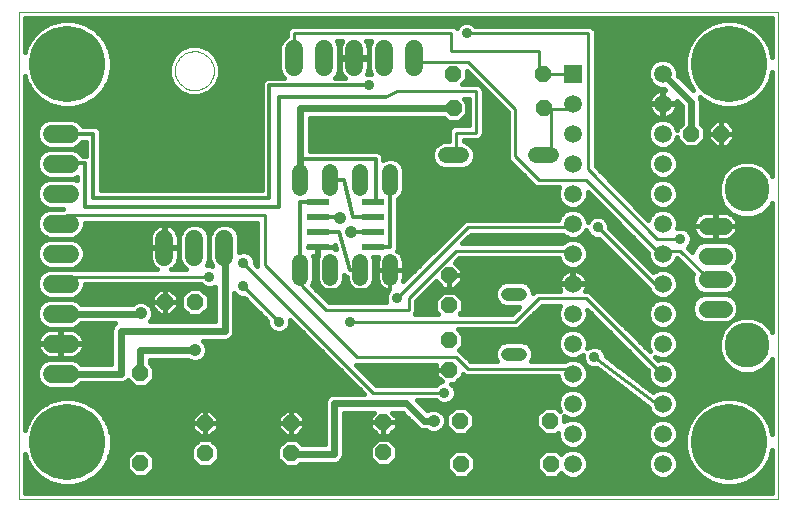
<source format=gtl>
G75*
%MOIN*%
%OFA0B0*%
%FSLAX24Y24*%
%IPPOS*%
%LPD*%
%AMOC8*
5,1,8,0,0,1.08239X$1,22.5*
%
%ADD10C,0.0000*%
%ADD11R,0.0590X0.0590*%
%ADD12C,0.0590*%
%ADD13R,0.0780X0.0220*%
%ADD14C,0.0600*%
%ADD15C,0.0574*%
%ADD16C,0.1500*%
%ADD17OC8,0.0520*%
%ADD18C,0.0520*%
%ADD19C,0.0440*%
%ADD20C,0.0120*%
%ADD21C,0.0160*%
%ADD22C,0.0413*%
%ADD23C,0.0240*%
%ADD24C,0.0100*%
%ADD25C,0.0360*%
%ADD26C,0.2540*%
D10*
X000101Y000101D02*
X000101Y016322D01*
X025416Y016322D01*
X025416Y000101D01*
X000101Y000101D01*
X005298Y014371D02*
X005300Y014421D01*
X005306Y014471D01*
X005316Y014521D01*
X005329Y014569D01*
X005346Y014617D01*
X005367Y014663D01*
X005391Y014707D01*
X005419Y014749D01*
X005450Y014789D01*
X005484Y014826D01*
X005521Y014861D01*
X005560Y014892D01*
X005601Y014921D01*
X005645Y014946D01*
X005691Y014968D01*
X005738Y014986D01*
X005786Y015000D01*
X005835Y015011D01*
X005885Y015018D01*
X005935Y015021D01*
X005986Y015020D01*
X006036Y015015D01*
X006086Y015006D01*
X006134Y014994D01*
X006182Y014977D01*
X006228Y014957D01*
X006273Y014934D01*
X006316Y014907D01*
X006356Y014877D01*
X006394Y014844D01*
X006429Y014808D01*
X006462Y014769D01*
X006491Y014728D01*
X006517Y014685D01*
X006540Y014640D01*
X006559Y014593D01*
X006574Y014545D01*
X006586Y014496D01*
X006594Y014446D01*
X006598Y014396D01*
X006598Y014346D01*
X006594Y014296D01*
X006586Y014246D01*
X006574Y014197D01*
X006559Y014149D01*
X006540Y014102D01*
X006517Y014057D01*
X006491Y014014D01*
X006462Y013973D01*
X006429Y013934D01*
X006394Y013898D01*
X006356Y013865D01*
X006316Y013835D01*
X006273Y013808D01*
X006228Y013785D01*
X006182Y013765D01*
X006134Y013748D01*
X006086Y013736D01*
X006036Y013727D01*
X005986Y013722D01*
X005935Y013721D01*
X005885Y013724D01*
X005835Y013731D01*
X005786Y013742D01*
X005738Y013756D01*
X005691Y013774D01*
X005645Y013796D01*
X005601Y013821D01*
X005560Y013850D01*
X005521Y013881D01*
X005484Y013916D01*
X005450Y013953D01*
X005419Y013993D01*
X005391Y014035D01*
X005367Y014079D01*
X005346Y014125D01*
X005329Y014173D01*
X005316Y014221D01*
X005306Y014271D01*
X005300Y014321D01*
X005298Y014371D01*
D11*
X018562Y014271D03*
D12*
X018562Y013271D03*
X018562Y012271D03*
X018562Y011271D03*
X018562Y010271D03*
X018562Y009271D03*
X018562Y008271D03*
X018562Y007271D03*
X018562Y006271D03*
X018562Y005271D03*
X018562Y004271D03*
X018562Y003271D03*
X018562Y002271D03*
X018562Y001271D03*
X021562Y001271D03*
X021562Y002271D03*
X021562Y003271D03*
X021562Y004271D03*
X021562Y005271D03*
X021562Y006271D03*
X021562Y007271D03*
X021562Y008271D03*
X021562Y009271D03*
X021562Y010271D03*
X021562Y011271D03*
X021562Y012271D03*
X021562Y013271D03*
X021562Y014271D03*
D13*
X011913Y009985D03*
X011913Y009485D03*
X011913Y008985D03*
X011913Y008485D03*
X010053Y008485D03*
X010053Y008985D03*
X010053Y009485D03*
X010053Y009985D03*
D14*
X006948Y008771D02*
X006948Y008171D01*
X005948Y008171D02*
X005948Y008771D01*
X004948Y008771D02*
X004948Y008171D01*
X001791Y008278D02*
X001191Y008278D01*
X001191Y007278D02*
X001791Y007278D01*
X001791Y006278D02*
X001191Y006278D01*
X001191Y005278D02*
X001791Y005278D01*
X001791Y004278D02*
X001191Y004278D01*
X001191Y009278D02*
X001791Y009278D01*
X001791Y010278D02*
X001191Y010278D01*
X001191Y011278D02*
X001791Y011278D01*
X001791Y012278D02*
X001191Y012278D01*
X009278Y014494D02*
X009278Y015094D01*
X010278Y015094D02*
X010278Y014494D01*
X011278Y014494D02*
X011278Y015094D01*
X012278Y015094D02*
X012278Y014494D01*
X013278Y014494D02*
X013278Y015094D01*
D15*
X023019Y009196D02*
X023593Y009196D01*
X023593Y008211D02*
X023019Y008211D01*
X023019Y007424D02*
X023593Y007424D01*
X023593Y006440D02*
X023019Y006440D01*
D16*
X024373Y005219D03*
X024373Y010416D03*
D17*
X023507Y012278D03*
X022507Y012278D03*
X017589Y013117D03*
X017570Y014274D03*
X014570Y014274D03*
X014589Y013117D03*
X014428Y007546D03*
X014428Y006546D03*
X014448Y005385D03*
X014448Y004385D03*
X014810Y002704D03*
X014837Y001271D03*
X012247Y001649D03*
X012247Y002649D03*
X009176Y002633D03*
X009176Y001633D03*
X006302Y001625D03*
X006302Y002625D03*
X004145Y001294D03*
X004145Y004294D03*
X004960Y006664D03*
X005960Y006664D03*
X017810Y002704D03*
X017837Y001271D03*
D18*
X012483Y007475D02*
X012483Y007995D01*
X011483Y007995D02*
X011483Y007475D01*
X010483Y007475D02*
X010483Y007995D01*
X009483Y007995D02*
X009483Y007475D01*
X009483Y010475D02*
X009483Y010995D01*
X010483Y010995D02*
X010483Y010475D01*
X011483Y010475D02*
X011483Y010995D01*
X012483Y010995D02*
X012483Y010475D01*
X014322Y011554D02*
X014842Y011554D01*
X017322Y011554D02*
X017842Y011554D01*
D19*
X016817Y006928D02*
X016377Y006928D01*
X016377Y004928D02*
X016817Y004928D01*
D20*
X012483Y007070D02*
X012483Y007735D01*
X011483Y007739D02*
X011483Y007735D01*
X011483Y007739D02*
X011125Y007739D01*
X010771Y008985D01*
X010053Y008985D01*
X010053Y008485D02*
X010023Y008485D01*
X010023Y007070D01*
X012483Y007070D01*
X012483Y008485D02*
X011913Y008485D01*
X012483Y008485D02*
X012483Y010735D01*
X011991Y011440D02*
X009483Y011440D01*
X009483Y010735D01*
X010483Y010731D02*
X010483Y010735D01*
X010483Y010731D02*
X010928Y010731D01*
X011243Y009485D01*
X011913Y009485D01*
X011913Y008985D02*
X011479Y008985D01*
X011164Y008999D01*
X010810Y009471D02*
X010599Y009485D01*
X010053Y009485D01*
X010053Y009985D02*
X009483Y009985D01*
X009483Y007735D01*
X008763Y009826D02*
X002306Y009826D01*
X002306Y011282D01*
X001491Y011282D01*
X001491Y011278D01*
X001491Y012267D02*
X001491Y012278D01*
X001491Y012267D02*
X002582Y012267D01*
X002582Y010141D01*
X008448Y010141D01*
X008448Y013881D01*
X011755Y013881D01*
X012306Y013487D02*
X008763Y013487D01*
X008763Y009826D01*
X011913Y009985D02*
X011991Y009985D01*
X011991Y011440D01*
D21*
X012110Y011672D02*
X013872Y011672D01*
X013862Y011646D02*
X013862Y011463D01*
X013932Y011293D01*
X014061Y011164D01*
X014230Y011094D01*
X014933Y011094D01*
X015102Y011164D01*
X015232Y011293D01*
X015302Y011463D01*
X015302Y011646D01*
X015232Y011815D01*
X015102Y011944D01*
X014933Y012014D01*
X014918Y012014D01*
X014918Y012056D01*
X015387Y012056D01*
X015479Y012094D01*
X015549Y012164D01*
X015587Y012256D01*
X015587Y013734D01*
X015549Y013826D01*
X015479Y013896D01*
X015387Y013934D01*
X014880Y013934D01*
X015030Y014084D01*
X015030Y014347D01*
X016387Y012990D01*
X016387Y011469D01*
X016425Y011377D01*
X017212Y010590D01*
X017282Y010519D01*
X017374Y010481D01*
X018113Y010481D01*
X018067Y010369D01*
X018067Y010172D01*
X018142Y009990D01*
X018281Y009851D01*
X018463Y009776D01*
X018660Y009776D01*
X018842Y009851D01*
X018982Y009990D01*
X019057Y010172D01*
X019057Y010320D01*
X021067Y008310D01*
X021067Y008172D01*
X021142Y007990D01*
X021281Y007851D01*
X021463Y007776D01*
X021660Y007776D01*
X021842Y007851D01*
X021982Y007990D01*
X022035Y008119D01*
X022045Y008119D01*
X022564Y007599D01*
X022532Y007521D01*
X022532Y007327D01*
X022606Y007148D01*
X022743Y007011D01*
X022922Y006937D01*
X023690Y006937D01*
X023869Y007011D01*
X024006Y007148D01*
X024080Y007327D01*
X024080Y007521D01*
X024006Y007700D01*
X023888Y007818D01*
X024006Y007936D01*
X024080Y008115D01*
X024080Y008308D01*
X024006Y008487D01*
X023869Y008624D01*
X023690Y008699D01*
X022922Y008699D01*
X022743Y008624D01*
X022606Y008487D01*
X022541Y008330D01*
X022397Y008474D01*
X022471Y008547D01*
X022529Y008687D01*
X022529Y008838D01*
X022471Y008978D01*
X022364Y009085D01*
X022224Y009143D01*
X022073Y009143D01*
X022039Y009129D01*
X022057Y009172D01*
X022057Y009369D01*
X021982Y009551D01*
X021842Y009690D01*
X021660Y009766D01*
X021463Y009766D01*
X021281Y009690D01*
X021142Y009551D01*
X021081Y009404D01*
X019328Y011188D01*
X019328Y015663D01*
X019290Y015755D01*
X019219Y015825D01*
X019127Y015863D01*
X015310Y015863D01*
X015238Y015935D01*
X015098Y015993D01*
X014947Y015993D01*
X014807Y015935D01*
X014700Y015828D01*
X014685Y015792D01*
X014652Y015825D01*
X014560Y015863D01*
X009225Y015863D01*
X009133Y015825D01*
X009063Y015755D01*
X009024Y015663D01*
X009024Y015530D01*
X008995Y015518D01*
X008855Y015377D01*
X008778Y015194D01*
X008778Y014395D01*
X008855Y014211D01*
X008925Y014141D01*
X008396Y014141D01*
X008300Y014101D01*
X008227Y014028D01*
X008188Y013933D01*
X008188Y010401D01*
X002842Y010401D01*
X002842Y012318D01*
X002802Y012414D01*
X002729Y012487D01*
X002633Y012527D01*
X002229Y012527D01*
X002215Y012562D01*
X002074Y012702D01*
X001890Y012778D01*
X001092Y012778D01*
X000908Y012702D01*
X000767Y012562D01*
X000691Y012378D01*
X000691Y012179D01*
X000767Y011995D01*
X000908Y011855D01*
X001092Y011778D01*
X000908Y011702D01*
X000767Y011562D01*
X000691Y011378D01*
X000691Y011179D01*
X000767Y010995D01*
X000908Y010855D01*
X001092Y010778D01*
X000908Y010702D01*
X000767Y010562D01*
X000691Y010378D01*
X000691Y010179D01*
X000767Y009995D01*
X000908Y009855D01*
X001092Y009778D01*
X000908Y009702D01*
X000767Y009562D01*
X000691Y009378D01*
X000691Y009179D01*
X000767Y008995D01*
X000908Y008855D01*
X001092Y008778D01*
X000908Y008702D01*
X000767Y008562D01*
X000691Y008378D01*
X000691Y008179D01*
X000767Y007995D01*
X000908Y007855D01*
X001092Y007778D01*
X000908Y007702D01*
X000767Y007562D01*
X000691Y007378D01*
X000691Y007179D01*
X000767Y006995D01*
X000908Y006855D01*
X001092Y006778D01*
X000908Y006702D01*
X000767Y006562D01*
X000691Y006378D01*
X000691Y006179D01*
X000767Y005995D01*
X000908Y005855D01*
X001092Y005778D01*
X001890Y005778D01*
X002074Y005855D01*
X002178Y005958D01*
X003301Y005958D01*
X003216Y005873D01*
X003167Y005755D01*
X003167Y004594D01*
X002182Y004594D01*
X002074Y004702D01*
X001890Y004778D01*
X001092Y004778D01*
X000908Y004702D01*
X000767Y004562D01*
X000691Y004378D01*
X000691Y004179D01*
X000767Y003995D01*
X000908Y003855D01*
X001092Y003778D01*
X001890Y003778D01*
X002074Y003855D01*
X002174Y003954D01*
X003551Y003954D01*
X003668Y004003D01*
X003727Y004062D01*
X003954Y003834D01*
X004335Y003834D01*
X004605Y004104D01*
X004605Y004485D01*
X004465Y004625D01*
X004465Y004742D01*
X005712Y004742D01*
X005737Y004717D01*
X005887Y004655D01*
X006048Y004655D01*
X006198Y004717D01*
X006312Y004832D01*
X006374Y004981D01*
X006374Y005143D01*
X006312Y005292D01*
X006233Y005372D01*
X007015Y005372D01*
X007133Y005421D01*
X007223Y005511D01*
X007272Y005628D01*
X007272Y006960D01*
X007366Y006866D01*
X007506Y006808D01*
X007608Y006808D01*
X008383Y006033D01*
X008383Y005931D01*
X008441Y005792D01*
X008547Y005685D01*
X008687Y005627D01*
X008838Y005627D01*
X008978Y005685D01*
X009085Y005792D01*
X009143Y005931D01*
X009143Y006061D01*
X011593Y003610D01*
X010549Y003610D01*
X010432Y003562D01*
X010342Y003472D01*
X010293Y003354D01*
X010293Y001917D01*
X009542Y001917D01*
X009367Y002093D01*
X008986Y002093D01*
X008716Y001823D01*
X008716Y001442D01*
X008986Y001173D01*
X009367Y001173D01*
X009471Y001277D01*
X010677Y001277D01*
X010794Y001326D01*
X010884Y001416D01*
X010933Y001534D01*
X010933Y002970D01*
X011946Y002970D01*
X011807Y002831D01*
X011807Y002649D01*
X012247Y002649D01*
X012687Y002649D01*
X012687Y002831D01*
X012547Y002970D01*
X012882Y002970D01*
X013424Y002428D01*
X013542Y002380D01*
X013665Y002380D01*
X013690Y002355D01*
X013839Y002293D01*
X014001Y002293D01*
X014151Y002355D01*
X014265Y002469D01*
X014327Y002619D01*
X014327Y002781D01*
X014265Y002930D01*
X014151Y003044D01*
X014001Y003106D01*
X013839Y003106D01*
X013706Y003051D01*
X013363Y003395D01*
X013987Y003395D01*
X014059Y003322D01*
X014199Y003265D01*
X014350Y003265D01*
X014490Y003322D01*
X014597Y003429D01*
X014654Y003569D01*
X014654Y003720D01*
X014597Y003860D01*
X014512Y003945D01*
X014630Y003945D01*
X014888Y004202D01*
X014888Y004253D01*
X014920Y004220D01*
X015012Y004182D01*
X018067Y004182D01*
X018067Y004172D01*
X018142Y003990D01*
X018281Y003851D01*
X018463Y003776D01*
X018660Y003776D01*
X018842Y003851D01*
X018982Y003990D01*
X019057Y004172D01*
X019057Y004369D01*
X018982Y004551D01*
X018842Y004690D01*
X018660Y004766D01*
X018463Y004766D01*
X018281Y004690D01*
X018273Y004682D01*
X017165Y004682D01*
X017173Y004690D01*
X017237Y004844D01*
X017237Y005012D01*
X017173Y005166D01*
X017055Y005284D01*
X016901Y005348D01*
X016294Y005348D01*
X016139Y005284D01*
X016021Y005166D01*
X015957Y005012D01*
X015957Y004844D01*
X016021Y004690D01*
X016029Y004682D01*
X015165Y004682D01*
X014880Y004967D01*
X014810Y005038D01*
X014768Y005055D01*
X014908Y005194D01*
X014908Y005575D01*
X014726Y005757D01*
X016686Y005757D01*
X016778Y005795D01*
X016849Y005865D01*
X017528Y006544D01*
X018139Y006544D01*
X018067Y006369D01*
X018067Y006172D01*
X018142Y005990D01*
X018281Y005851D01*
X018463Y005776D01*
X018660Y005776D01*
X018842Y005851D01*
X018982Y005990D01*
X019057Y006172D01*
X019057Y006369D01*
X019047Y006392D01*
X021068Y004372D01*
X021067Y004369D01*
X021067Y004172D01*
X021142Y003990D01*
X021281Y003851D01*
X021463Y003776D01*
X021660Y003776D01*
X021842Y003851D01*
X021982Y003990D01*
X022057Y004172D01*
X022057Y004369D01*
X021982Y004551D01*
X021842Y004690D01*
X021660Y004766D01*
X021463Y004766D01*
X021405Y004741D01*
X021306Y004841D01*
X021463Y004776D01*
X021660Y004776D01*
X021842Y004851D01*
X021982Y004990D01*
X022057Y005172D01*
X022057Y005369D01*
X021982Y005551D01*
X021842Y005690D01*
X021660Y005766D01*
X021463Y005766D01*
X021281Y005690D01*
X021142Y005551D01*
X021067Y005369D01*
X021067Y005172D01*
X021132Y005014D01*
X019211Y006936D01*
X019141Y007006D01*
X019049Y007044D01*
X018980Y007044D01*
X019002Y007088D01*
X019025Y007159D01*
X019037Y007233D01*
X019037Y007253D01*
X018579Y007253D01*
X018579Y007288D01*
X018544Y007288D01*
X018544Y007253D01*
X018087Y007253D01*
X018087Y007233D01*
X018099Y007159D01*
X018122Y007088D01*
X018144Y007044D01*
X017374Y007044D01*
X017282Y007006D01*
X017237Y006961D01*
X017237Y007012D01*
X017173Y007166D01*
X017055Y007284D01*
X016901Y007348D01*
X016294Y007348D01*
X016139Y007284D01*
X016021Y007166D01*
X015957Y007012D01*
X015957Y006844D01*
X016021Y006690D01*
X016139Y006572D01*
X016294Y006508D01*
X016784Y006508D01*
X016533Y006257D01*
X014789Y006257D01*
X014888Y006356D01*
X014888Y006737D01*
X014619Y007006D01*
X014237Y007006D01*
X013968Y006737D01*
X013968Y006356D01*
X014067Y006257D01*
X013303Y006257D01*
X013305Y006259D01*
X013343Y006351D01*
X013343Y006691D01*
X014002Y007350D01*
X014246Y007106D01*
X014428Y007106D01*
X014428Y007546D01*
X014428Y007546D01*
X014428Y007106D01*
X014610Y007106D01*
X014868Y007364D01*
X014868Y007546D01*
X014428Y007546D01*
X014428Y007546D01*
X014868Y007546D01*
X014868Y007728D01*
X014625Y007972D01*
X014772Y008119D01*
X018089Y008119D01*
X018142Y007990D01*
X018281Y007851D01*
X018463Y007776D01*
X018660Y007776D01*
X018842Y007851D01*
X018982Y007990D01*
X019057Y008172D01*
X019057Y008369D01*
X018982Y008551D01*
X018842Y008690D01*
X018660Y008766D01*
X018463Y008766D01*
X018281Y008690D01*
X018210Y008619D01*
X014878Y008619D01*
X015165Y008906D01*
X018226Y008906D01*
X018281Y008851D01*
X018463Y008776D01*
X018660Y008776D01*
X018842Y008851D01*
X018982Y008990D01*
X019016Y009073D01*
X019070Y008941D01*
X019177Y008834D01*
X019317Y008776D01*
X019419Y008776D01*
X021098Y007098D01*
X021142Y006990D01*
X021281Y006851D01*
X021463Y006776D01*
X021660Y006776D01*
X021842Y006851D01*
X021982Y006990D01*
X022057Y007172D01*
X022057Y007369D01*
X021982Y007551D01*
X022544Y007551D01*
X022532Y007392D02*
X022047Y007392D01*
X022057Y007234D02*
X022571Y007234D01*
X022679Y007075D02*
X022017Y007075D01*
X021908Y006917D02*
X022898Y006917D01*
X022922Y006927D02*
X022743Y006853D01*
X022606Y006716D01*
X022532Y006537D01*
X022532Y006343D01*
X022606Y006164D01*
X022743Y006027D01*
X022922Y005953D01*
X023690Y005953D01*
X023815Y006004D01*
X023568Y005758D01*
X023423Y005408D01*
X023423Y005030D01*
X023568Y004681D01*
X023835Y004414D01*
X024184Y004269D01*
X024562Y004269D01*
X024911Y004414D01*
X025178Y004681D01*
X025216Y004773D01*
X025216Y002246D01*
X025132Y002558D01*
X024939Y002894D01*
X024665Y003167D01*
X024330Y003361D01*
X023956Y003461D01*
X023569Y003461D01*
X023195Y003361D01*
X022860Y003167D01*
X022586Y002894D01*
X022393Y002558D01*
X022293Y002185D01*
X022293Y001797D01*
X022393Y001424D01*
X022586Y001088D01*
X022860Y000815D01*
X023195Y000621D01*
X023569Y000521D01*
X023956Y000521D01*
X024330Y000621D01*
X024665Y000815D01*
X024939Y001088D01*
X025132Y001424D01*
X025216Y001736D01*
X025216Y000301D01*
X000301Y000301D01*
X000301Y001589D01*
X000346Y001424D01*
X000539Y001088D01*
X000813Y000815D01*
X001148Y000621D01*
X001522Y000521D01*
X001909Y000521D01*
X002283Y000621D01*
X002618Y000815D01*
X002892Y001088D01*
X003085Y001424D01*
X003185Y001797D01*
X003185Y002185D01*
X003085Y002558D01*
X002892Y002894D01*
X002618Y003167D01*
X002283Y003361D01*
X001909Y003461D01*
X001522Y003461D01*
X001148Y003361D01*
X000813Y003167D01*
X000539Y002894D01*
X000346Y002558D01*
X000301Y002393D01*
X000301Y014188D01*
X000346Y014022D01*
X000539Y013687D01*
X000813Y013413D01*
X001148Y013220D01*
X001522Y013119D01*
X001909Y013119D01*
X002283Y013220D01*
X002618Y013413D01*
X002892Y013687D01*
X003085Y014022D01*
X003185Y014396D01*
X003185Y014783D01*
X003085Y015157D01*
X002892Y015492D01*
X002618Y015766D01*
X002283Y015959D01*
X001909Y016059D01*
X001522Y016059D01*
X001148Y015959D01*
X000813Y015766D01*
X000539Y015492D01*
X000346Y015157D01*
X000301Y014991D01*
X000301Y016122D01*
X025216Y016122D01*
X025216Y014844D01*
X025132Y015157D01*
X024939Y015492D01*
X024665Y015766D01*
X024330Y015959D01*
X023956Y016059D01*
X023569Y016059D01*
X023195Y015959D01*
X022860Y015766D01*
X022586Y015492D01*
X022393Y015157D01*
X022293Y014783D01*
X022293Y014396D01*
X022393Y014022D01*
X022570Y013715D01*
X022057Y014228D01*
X022057Y014369D01*
X021982Y014551D01*
X021842Y014690D01*
X021660Y014766D01*
X021463Y014766D01*
X021281Y014690D01*
X021142Y014551D01*
X021067Y014369D01*
X021067Y014172D01*
X021142Y013990D01*
X021281Y013851D01*
X021463Y013776D01*
X021604Y013776D01*
X021641Y013739D01*
X021599Y013746D01*
X021579Y013746D01*
X021579Y013288D01*
X021544Y013288D01*
X021544Y013253D01*
X021087Y013253D01*
X021087Y013233D01*
X021099Y013159D01*
X021122Y013088D01*
X021156Y013022D01*
X021200Y012961D01*
X021252Y012908D01*
X021313Y012864D01*
X021380Y012830D01*
X021451Y012807D01*
X021525Y012796D01*
X021544Y012796D01*
X021544Y013253D01*
X021579Y013253D01*
X021579Y012796D01*
X021599Y012796D01*
X021673Y012807D01*
X021744Y012830D01*
X021811Y012864D01*
X021871Y012908D01*
X021924Y012961D01*
X021968Y013022D01*
X022002Y013088D01*
X022025Y013159D01*
X022037Y013233D01*
X022037Y013253D01*
X021579Y013253D01*
X021579Y013288D01*
X022037Y013288D01*
X022037Y013308D01*
X022030Y013350D01*
X022187Y013193D01*
X022187Y012609D01*
X022047Y012469D01*
X022047Y012393D01*
X021982Y012551D01*
X021842Y012690D01*
X021660Y012766D01*
X021463Y012766D01*
X021281Y012690D01*
X021142Y012551D01*
X021067Y012369D01*
X021067Y012172D01*
X021142Y011990D01*
X021281Y011851D01*
X021463Y011776D01*
X021660Y011776D01*
X021842Y011851D01*
X021982Y011990D01*
X022047Y012148D01*
X022047Y012088D01*
X022316Y011818D01*
X022697Y011818D01*
X022967Y012088D01*
X022967Y012469D01*
X022827Y012609D01*
X022827Y013389D01*
X022786Y013487D01*
X022860Y013413D01*
X023195Y013220D01*
X023569Y013119D01*
X023956Y013119D01*
X024330Y013220D01*
X024665Y013413D01*
X024939Y013687D01*
X025132Y014022D01*
X025216Y014335D01*
X025216Y010863D01*
X025178Y010954D01*
X024911Y011222D01*
X024562Y011366D01*
X024184Y011366D01*
X023835Y011222D01*
X023568Y010954D01*
X023423Y010605D01*
X023423Y010227D01*
X023568Y009878D01*
X023835Y009611D01*
X024184Y009466D01*
X024562Y009466D01*
X024911Y009611D01*
X025178Y009878D01*
X025216Y009970D01*
X025216Y005666D01*
X025178Y005758D01*
X024911Y006025D01*
X024562Y006169D01*
X024184Y006169D01*
X023889Y006047D01*
X024006Y006164D01*
X024080Y006343D01*
X024080Y006537D01*
X024006Y006716D01*
X023869Y006853D01*
X023690Y006927D01*
X022922Y006927D01*
X022649Y006758D02*
X021678Y006758D01*
X021660Y006766D02*
X021463Y006766D01*
X021281Y006690D01*
X021142Y006551D01*
X021067Y006369D01*
X021067Y006172D01*
X021142Y005990D01*
X021281Y005851D01*
X021463Y005776D01*
X021660Y005776D01*
X021842Y005851D01*
X021982Y005990D01*
X022057Y006172D01*
X022057Y006369D01*
X021982Y006551D01*
X021842Y006690D01*
X021660Y006766D01*
X021446Y006758D02*
X019388Y006758D01*
X019230Y006917D02*
X021216Y006917D01*
X021107Y007075D02*
X018995Y007075D01*
X019037Y007234D02*
X020962Y007234D01*
X020803Y007392D02*
X019022Y007392D01*
X019025Y007382D02*
X019002Y007453D01*
X018968Y007520D01*
X018924Y007580D01*
X018871Y007633D01*
X018811Y007677D01*
X018744Y007711D01*
X018673Y007734D01*
X018599Y007746D01*
X018579Y007746D01*
X018579Y007288D01*
X019037Y007288D01*
X019037Y007308D01*
X019025Y007382D01*
X018945Y007551D02*
X020645Y007551D01*
X020486Y007709D02*
X018747Y007709D01*
X018579Y007709D02*
X018544Y007709D01*
X018544Y007746D02*
X018525Y007746D01*
X018451Y007734D01*
X018380Y007711D01*
X018313Y007677D01*
X018252Y007633D01*
X018200Y007580D01*
X018156Y007520D01*
X018122Y007453D01*
X018099Y007382D01*
X018087Y007308D01*
X018087Y007288D01*
X018544Y007288D01*
X018544Y007746D01*
X018377Y007709D02*
X014868Y007709D01*
X014868Y007551D02*
X018178Y007551D01*
X018102Y007392D02*
X014868Y007392D01*
X014738Y007234D02*
X016089Y007234D01*
X015984Y007075D02*
X013728Y007075D01*
X013570Y006917D02*
X014148Y006917D01*
X013990Y006758D02*
X013411Y006758D01*
X013343Y006600D02*
X013968Y006600D01*
X013968Y006441D02*
X013343Y006441D01*
X013315Y006283D02*
X014041Y006283D01*
X014815Y006283D02*
X016559Y006283D01*
X016718Y006441D02*
X014888Y006441D01*
X014888Y006600D02*
X016112Y006600D01*
X015993Y006758D02*
X014866Y006758D01*
X014708Y006917D02*
X015957Y006917D01*
X017106Y007234D02*
X018087Y007234D01*
X018128Y007075D02*
X017211Y007075D01*
X017425Y006441D02*
X018097Y006441D01*
X018067Y006283D02*
X017266Y006283D01*
X017108Y006124D02*
X018087Y006124D01*
X018167Y005966D02*
X016949Y005966D01*
X016791Y005807D02*
X018387Y005807D01*
X018463Y005766D02*
X018281Y005690D01*
X018142Y005551D01*
X018067Y005369D01*
X018067Y005172D01*
X018142Y004990D01*
X018281Y004851D01*
X018463Y004776D01*
X018660Y004776D01*
X018842Y004851D01*
X018896Y004904D01*
X018894Y004901D01*
X018894Y004750D01*
X018952Y004610D01*
X019059Y004504D01*
X019199Y004446D01*
X019350Y004446D01*
X019358Y004449D01*
X021074Y003154D01*
X021142Y002990D01*
X021281Y002851D01*
X021463Y002776D01*
X021660Y002776D01*
X021842Y002851D01*
X021982Y002990D01*
X022057Y003172D01*
X022057Y003369D01*
X021982Y003551D01*
X021842Y003690D01*
X021660Y003766D01*
X021463Y003766D01*
X021281Y003690D01*
X021244Y003653D01*
X019654Y004852D01*
X019654Y004901D01*
X019597Y005041D01*
X019490Y005148D01*
X019350Y005206D01*
X019199Y005206D01*
X019059Y005148D01*
X019038Y005127D01*
X019057Y005172D01*
X019057Y005369D01*
X018982Y005551D01*
X018842Y005690D01*
X018660Y005766D01*
X018463Y005766D01*
X018240Y005649D02*
X014834Y005649D01*
X014908Y005490D02*
X018117Y005490D01*
X018067Y005332D02*
X016940Y005332D01*
X017166Y005173D02*
X018067Y005173D01*
X018132Y005015D02*
X017236Y005015D01*
X017237Y004856D02*
X018276Y004856D01*
X018300Y004698D02*
X017177Y004698D01*
X016255Y005332D02*
X014908Y005332D01*
X014887Y005173D02*
X016029Y005173D01*
X015959Y005015D02*
X014833Y005015D01*
X014991Y004856D02*
X015957Y004856D01*
X016018Y004698D02*
X015150Y004698D01*
X014918Y004222D02*
X014888Y004222D01*
X014749Y004064D02*
X018112Y004064D01*
X018227Y003905D02*
X014551Y003905D01*
X014643Y003747D02*
X018418Y003747D01*
X018463Y003766D02*
X018281Y003690D01*
X018142Y003551D01*
X018067Y003369D01*
X018067Y003172D01*
X018120Y003044D01*
X018000Y003164D01*
X017619Y003164D01*
X017350Y002894D01*
X017350Y002513D01*
X017619Y002244D01*
X018000Y002244D01*
X018067Y002310D01*
X018067Y002172D01*
X018142Y001990D01*
X018281Y001851D01*
X018463Y001776D01*
X018660Y001776D01*
X018842Y001851D01*
X018982Y001990D01*
X019057Y002172D01*
X019057Y002369D01*
X018982Y002551D01*
X018842Y002690D01*
X018660Y002766D01*
X018463Y002766D01*
X018281Y002690D01*
X018270Y002679D01*
X018270Y002862D01*
X018281Y002851D01*
X018463Y002776D01*
X018660Y002776D01*
X018842Y002851D01*
X018982Y002990D01*
X019057Y003172D01*
X019057Y003369D01*
X018982Y003551D01*
X018842Y003690D01*
X018660Y003766D01*
X018463Y003766D01*
X018706Y003747D02*
X020289Y003747D01*
X020079Y003905D02*
X018897Y003905D01*
X019012Y004064D02*
X019869Y004064D01*
X019659Y004222D02*
X019057Y004222D01*
X019052Y004381D02*
X019449Y004381D01*
X019023Y004539D02*
X018986Y004539D01*
X018916Y004698D02*
X018824Y004698D01*
X018848Y004856D02*
X018894Y004856D01*
X019057Y005173D02*
X019121Y005173D01*
X019057Y005332D02*
X020108Y005332D01*
X020266Y005173D02*
X019428Y005173D01*
X019607Y005015D02*
X020425Y005015D01*
X020583Y004856D02*
X019654Y004856D01*
X019859Y004698D02*
X020742Y004698D01*
X020900Y004539D02*
X020069Y004539D01*
X020279Y004381D02*
X021059Y004381D01*
X021067Y004222D02*
X020489Y004222D01*
X020699Y004064D02*
X021112Y004064D01*
X021227Y003905D02*
X020909Y003905D01*
X021119Y003747D02*
X021418Y003747D01*
X021706Y003747D02*
X025216Y003747D01*
X025216Y003905D02*
X021897Y003905D01*
X022012Y004064D02*
X025216Y004064D01*
X025216Y004222D02*
X022057Y004222D01*
X022052Y004381D02*
X023915Y004381D01*
X023710Y004539D02*
X021986Y004539D01*
X021824Y004698D02*
X023561Y004698D01*
X023495Y004856D02*
X021848Y004856D01*
X021992Y005015D02*
X023429Y005015D01*
X023423Y005173D02*
X022057Y005173D01*
X022057Y005332D02*
X023423Y005332D01*
X023457Y005490D02*
X022007Y005490D01*
X021884Y005649D02*
X023523Y005649D01*
X023617Y005807D02*
X021737Y005807D01*
X021957Y005966D02*
X022891Y005966D01*
X022646Y006124D02*
X022037Y006124D01*
X022057Y006283D02*
X022557Y006283D01*
X022532Y006441D02*
X022027Y006441D01*
X021933Y006600D02*
X022558Y006600D01*
X023714Y006917D02*
X025216Y006917D01*
X025216Y007075D02*
X023933Y007075D01*
X024041Y007234D02*
X025216Y007234D01*
X025216Y007392D02*
X024080Y007392D01*
X024068Y007551D02*
X025216Y007551D01*
X025216Y007709D02*
X023997Y007709D01*
X023938Y007868D02*
X025216Y007868D01*
X025216Y008026D02*
X024043Y008026D01*
X024080Y008185D02*
X025216Y008185D01*
X025216Y008343D02*
X024066Y008343D01*
X023991Y008502D02*
X025216Y008502D01*
X025216Y008660D02*
X023782Y008660D01*
X023772Y008763D02*
X023702Y008740D01*
X023630Y008729D01*
X023319Y008729D01*
X023319Y009182D01*
X023292Y009182D01*
X022552Y009182D01*
X022552Y009159D01*
X022563Y009086D01*
X022586Y009016D01*
X022620Y008951D01*
X022663Y008892D01*
X022715Y008840D01*
X022774Y008796D01*
X022840Y008763D01*
X022910Y008740D01*
X022982Y008729D01*
X023292Y008729D01*
X023292Y009182D01*
X023292Y009209D01*
X022552Y009209D01*
X022552Y009233D01*
X022563Y009305D01*
X022586Y009375D01*
X022620Y009441D01*
X022663Y009500D01*
X022715Y009552D01*
X022774Y009595D01*
X022840Y009629D01*
X022910Y009651D01*
X022982Y009663D01*
X023292Y009663D01*
X023292Y009209D01*
X023319Y009209D01*
X023319Y009663D01*
X023630Y009663D01*
X023702Y009651D01*
X023772Y009629D01*
X023838Y009595D01*
X023897Y009552D01*
X023949Y009500D01*
X023992Y009441D01*
X024026Y009375D01*
X024048Y009305D01*
X024060Y009233D01*
X024060Y009209D01*
X023319Y009209D01*
X023319Y009182D01*
X024060Y009182D01*
X024060Y009159D01*
X024048Y009086D01*
X024026Y009016D01*
X023992Y008951D01*
X023949Y008892D01*
X023897Y008840D01*
X023838Y008796D01*
X023772Y008763D01*
X023869Y008819D02*
X025216Y008819D01*
X025216Y008977D02*
X024006Y008977D01*
X024056Y009136D02*
X025216Y009136D01*
X025216Y009294D02*
X024050Y009294D01*
X023984Y009453D02*
X025216Y009453D01*
X025216Y009611D02*
X024911Y009611D01*
X025070Y009770D02*
X025216Y009770D01*
X025199Y009928D02*
X025216Y009928D01*
X025209Y010879D02*
X025216Y010879D01*
X025216Y011038D02*
X025095Y011038D01*
X025216Y011196D02*
X024936Y011196D01*
X025216Y011355D02*
X024590Y011355D01*
X024156Y011355D02*
X022057Y011355D01*
X022057Y011369D02*
X021982Y011551D01*
X021842Y011690D01*
X021660Y011766D01*
X021463Y011766D01*
X021281Y011690D01*
X021142Y011551D01*
X021067Y011369D01*
X021067Y011172D01*
X021142Y010990D01*
X021281Y010851D01*
X021463Y010776D01*
X021660Y010776D01*
X021842Y010851D01*
X021982Y010990D01*
X022057Y011172D01*
X022057Y011369D01*
X021997Y011513D02*
X025216Y011513D01*
X025216Y011672D02*
X021861Y011672D01*
X021792Y011830D02*
X022304Y011830D01*
X022146Y011989D02*
X021980Y011989D01*
X022047Y012147D02*
X022047Y012147D01*
X022047Y012464D02*
X022017Y012464D01*
X021910Y012623D02*
X022187Y012623D01*
X022187Y012781D02*
X019328Y012781D01*
X019328Y012623D02*
X021214Y012623D01*
X021106Y012464D02*
X019328Y012464D01*
X019328Y012306D02*
X021067Y012306D01*
X021077Y012147D02*
X019328Y012147D01*
X019328Y011989D02*
X021144Y011989D01*
X021331Y011830D02*
X019328Y011830D01*
X019328Y011672D02*
X021263Y011672D01*
X021127Y011513D02*
X019328Y011513D01*
X019328Y011355D02*
X021067Y011355D01*
X021067Y011196D02*
X019328Y011196D01*
X019475Y011038D02*
X021123Y011038D01*
X021253Y010879D02*
X019631Y010879D01*
X019787Y010721D02*
X021355Y010721D01*
X021281Y010690D02*
X021142Y010551D01*
X021067Y010369D01*
X021067Y010172D01*
X021142Y009990D01*
X021281Y009851D01*
X021463Y009776D01*
X021660Y009776D01*
X021842Y009851D01*
X021982Y009990D01*
X022057Y010172D01*
X022057Y010369D01*
X021982Y010551D01*
X021842Y010690D01*
X021660Y010766D01*
X021463Y010766D01*
X021281Y010690D01*
X021154Y010562D02*
X019943Y010562D01*
X020098Y010404D02*
X021081Y010404D01*
X021067Y010245D02*
X020254Y010245D01*
X020410Y010087D02*
X021102Y010087D01*
X021204Y009928D02*
X020566Y009928D01*
X020722Y009770D02*
X023676Y009770D01*
X023547Y009928D02*
X021920Y009928D01*
X022022Y010087D02*
X023481Y010087D01*
X023423Y010245D02*
X022057Y010245D01*
X022042Y010404D02*
X023423Y010404D01*
X023423Y010562D02*
X021970Y010562D01*
X021768Y010721D02*
X023471Y010721D01*
X023536Y010879D02*
X021871Y010879D01*
X022001Y011038D02*
X023651Y011038D01*
X023809Y011196D02*
X022057Y011196D01*
X022709Y011830D02*
X025216Y011830D01*
X025216Y011989D02*
X023839Y011989D01*
X023947Y012096D02*
X023689Y011838D01*
X023507Y011838D01*
X023507Y012278D01*
X023507Y012278D01*
X023507Y012278D01*
X023947Y012278D01*
X023947Y012096D01*
X023947Y012147D02*
X025216Y012147D01*
X025216Y012306D02*
X023947Y012306D01*
X023947Y012278D02*
X023947Y012461D01*
X023689Y012718D01*
X023507Y012718D01*
X023507Y012278D01*
X023507Y011838D01*
X023325Y011838D01*
X023067Y012096D01*
X023067Y012278D01*
X023507Y012278D01*
X023947Y012278D01*
X023943Y012464D02*
X025216Y012464D01*
X025216Y012623D02*
X023785Y012623D01*
X023507Y012623D02*
X023507Y012623D01*
X023507Y012718D02*
X023325Y012718D01*
X023067Y012461D01*
X023067Y012278D01*
X023507Y012278D01*
X023507Y012278D01*
X023507Y012278D01*
X023507Y012718D01*
X023229Y012623D02*
X022827Y012623D01*
X022827Y012781D02*
X025216Y012781D01*
X025216Y012940D02*
X022827Y012940D01*
X022827Y013098D02*
X025216Y013098D01*
X025216Y013257D02*
X024394Y013257D01*
X024667Y013415D02*
X025216Y013415D01*
X025216Y013574D02*
X024826Y013574D01*
X024965Y013732D02*
X025216Y013732D01*
X025216Y013891D02*
X025057Y013891D01*
X025140Y014049D02*
X025216Y014049D01*
X025216Y014208D02*
X025182Y014208D01*
X025174Y015000D02*
X025216Y015000D01*
X025216Y015159D02*
X025131Y015159D01*
X025216Y015317D02*
X025040Y015317D01*
X024948Y015476D02*
X025216Y015476D01*
X025216Y015634D02*
X024797Y015634D01*
X024618Y015793D02*
X025216Y015793D01*
X025216Y015951D02*
X024344Y015951D01*
X025216Y016110D02*
X000301Y016110D01*
X000301Y015951D02*
X001134Y015951D01*
X000860Y015793D02*
X000301Y015793D01*
X000301Y015634D02*
X000681Y015634D01*
X000530Y015476D02*
X000301Y015476D01*
X000301Y015317D02*
X000438Y015317D01*
X000347Y015159D02*
X000301Y015159D01*
X000301Y015000D02*
X000304Y015000D01*
X000301Y014049D02*
X000338Y014049D01*
X000301Y013891D02*
X000421Y013891D01*
X000513Y013732D02*
X000301Y013732D01*
X000301Y013574D02*
X000652Y013574D01*
X000811Y013415D02*
X000301Y013415D01*
X000301Y013257D02*
X001084Y013257D01*
X000301Y013098D02*
X008188Y013098D01*
X008188Y012940D02*
X000301Y012940D01*
X000301Y012781D02*
X008188Y012781D01*
X008188Y012623D02*
X002154Y012623D01*
X002752Y012464D02*
X008188Y012464D01*
X008188Y012306D02*
X002842Y012306D01*
X002842Y012147D02*
X008188Y012147D01*
X008188Y011989D02*
X002842Y011989D01*
X002842Y011830D02*
X008188Y011830D01*
X008188Y011672D02*
X002842Y011672D01*
X002842Y011513D02*
X008188Y011513D01*
X008188Y011355D02*
X002842Y011355D01*
X002842Y011196D02*
X008188Y011196D01*
X008188Y011038D02*
X002842Y011038D01*
X002842Y010879D02*
X008188Y010879D01*
X008188Y010721D02*
X002842Y010721D01*
X002842Y010562D02*
X008188Y010562D01*
X008188Y010404D02*
X002842Y010404D01*
X002046Y010714D02*
X002046Y010843D01*
X001890Y010778D01*
X001092Y010778D01*
X001890Y010778D01*
X002046Y010714D01*
X002046Y010721D02*
X002030Y010721D01*
X000952Y010721D02*
X000301Y010721D01*
X000301Y010879D02*
X000883Y010879D01*
X000750Y011038D02*
X000301Y011038D01*
X000301Y011196D02*
X000691Y011196D01*
X000691Y011355D02*
X000301Y011355D01*
X000301Y011513D02*
X000747Y011513D01*
X000877Y011672D02*
X000301Y011672D01*
X000301Y011830D02*
X000966Y011830D01*
X001092Y011778D02*
X001890Y011778D01*
X001092Y011778D01*
X000774Y011989D02*
X000301Y011989D01*
X000301Y012147D02*
X000704Y012147D01*
X000691Y012306D02*
X000301Y012306D01*
X000301Y012464D02*
X000727Y012464D01*
X000828Y012623D02*
X000301Y012623D01*
X001890Y011778D02*
X002074Y011855D01*
X002215Y011995D01*
X002220Y012007D01*
X002322Y012007D01*
X002322Y011542D01*
X002223Y011542D01*
X002215Y011562D01*
X002074Y011702D01*
X001890Y011778D01*
X002016Y011830D02*
X002322Y011830D01*
X002322Y011672D02*
X002105Y011672D01*
X002208Y011989D02*
X002322Y011989D01*
X002347Y013257D02*
X008188Y013257D01*
X008188Y013415D02*
X002620Y013415D01*
X002779Y013574D02*
X005652Y013574D01*
X005779Y013521D02*
X005466Y013651D01*
X005227Y013890D01*
X005098Y014202D01*
X005098Y014540D01*
X005227Y014853D01*
X005466Y015092D01*
X005779Y015221D01*
X006117Y015221D01*
X006429Y015092D01*
X006668Y014853D01*
X006798Y014540D01*
X006798Y014202D01*
X006668Y013890D01*
X006429Y013651D01*
X006117Y013521D01*
X005779Y013521D01*
X006243Y013574D02*
X008188Y013574D01*
X008188Y013732D02*
X006511Y013732D01*
X006669Y013891D02*
X008188Y013891D01*
X008249Y014049D02*
X006734Y014049D01*
X006798Y014208D02*
X008858Y014208D01*
X008790Y014366D02*
X006798Y014366D01*
X006798Y014525D02*
X008778Y014525D01*
X008778Y014683D02*
X006739Y014683D01*
X006673Y014842D02*
X008778Y014842D01*
X008778Y015000D02*
X006521Y015000D01*
X006268Y015159D02*
X008778Y015159D01*
X008830Y015317D02*
X002993Y015317D01*
X003084Y015159D02*
X005628Y015159D01*
X005375Y015000D02*
X003127Y015000D01*
X003170Y014842D02*
X005223Y014842D01*
X005157Y014683D02*
X003185Y014683D01*
X003185Y014525D02*
X005098Y014525D01*
X005098Y014366D02*
X003177Y014366D01*
X003135Y014208D02*
X005098Y014208D01*
X005161Y014049D02*
X003093Y014049D01*
X003009Y013891D02*
X005227Y013891D01*
X005385Y013732D02*
X002918Y013732D01*
X002901Y015476D02*
X008953Y015476D01*
X009024Y015634D02*
X002749Y015634D01*
X002571Y015793D02*
X009101Y015793D01*
X010708Y015363D02*
X010778Y015194D01*
X010778Y014395D01*
X010702Y014211D01*
X010632Y014141D01*
X010953Y014141D01*
X010912Y014181D01*
X010868Y014243D01*
X010834Y014310D01*
X010810Y014382D01*
X010798Y014456D01*
X010798Y014774D01*
X011258Y014774D01*
X011258Y014814D01*
X010798Y014814D01*
X010798Y015132D01*
X010810Y015207D01*
X010834Y015278D01*
X010868Y015346D01*
X010880Y015363D01*
X010708Y015363D01*
X010727Y015317D02*
X010853Y015317D01*
X010803Y015159D02*
X010778Y015159D01*
X010778Y015000D02*
X010798Y015000D01*
X010798Y014842D02*
X010778Y014842D01*
X010778Y014683D02*
X010798Y014683D01*
X010798Y014525D02*
X010778Y014525D01*
X010767Y014366D02*
X010815Y014366D01*
X010893Y014208D02*
X010699Y014208D01*
X011298Y014774D02*
X011298Y014814D01*
X011758Y014814D01*
X011758Y015132D01*
X011747Y015207D01*
X011723Y015278D01*
X011689Y015346D01*
X011676Y015363D01*
X011849Y015363D01*
X011778Y015194D01*
X011778Y014395D01*
X011835Y014259D01*
X011830Y014261D01*
X011698Y014261D01*
X011723Y014310D01*
X011747Y014382D01*
X011758Y014456D01*
X011758Y014774D01*
X011298Y014774D01*
X011758Y014842D02*
X011778Y014842D01*
X011778Y015000D02*
X011758Y015000D01*
X011754Y015159D02*
X011778Y015159D01*
X011830Y015317D02*
X011703Y015317D01*
X011758Y014683D02*
X011778Y014683D01*
X011778Y014525D02*
X011758Y014525D01*
X011742Y014366D02*
X011790Y014366D01*
X009803Y012797D02*
X014259Y012797D01*
X014399Y012657D01*
X014780Y012657D01*
X015049Y012926D01*
X015049Y013308D01*
X014923Y013434D01*
X015087Y013434D01*
X015087Y012556D01*
X014618Y012556D01*
X014527Y012518D01*
X014456Y012448D01*
X014418Y012356D01*
X014418Y012014D01*
X014230Y012014D01*
X014061Y011944D01*
X013932Y011815D01*
X013862Y011646D01*
X013862Y011513D02*
X012242Y011513D01*
X012251Y011492D02*
X012211Y011587D01*
X012138Y011660D01*
X012043Y011700D01*
X009803Y011700D01*
X009803Y012797D01*
X009803Y012781D02*
X014275Y012781D01*
X014473Y012464D02*
X009803Y012464D01*
X009803Y012306D02*
X014418Y012306D01*
X014418Y012147D02*
X009803Y012147D01*
X009803Y011989D02*
X014169Y011989D01*
X013947Y011830D02*
X009803Y011830D01*
X009803Y012623D02*
X015087Y012623D01*
X015087Y012781D02*
X014904Y012781D01*
X015049Y012940D02*
X015087Y012940D01*
X015087Y013098D02*
X015049Y013098D01*
X015049Y013257D02*
X015087Y013257D01*
X015087Y013415D02*
X014942Y013415D01*
X015587Y013415D02*
X015961Y013415D01*
X016120Y013257D02*
X015587Y013257D01*
X015587Y013098D02*
X016278Y013098D01*
X016387Y012940D02*
X015587Y012940D01*
X015587Y012781D02*
X016387Y012781D01*
X016387Y012623D02*
X015587Y012623D01*
X015587Y012464D02*
X016387Y012464D01*
X016387Y012306D02*
X015587Y012306D01*
X015532Y012147D02*
X016387Y012147D01*
X016387Y011989D02*
X014994Y011989D01*
X015216Y011830D02*
X016387Y011830D01*
X016387Y011672D02*
X015291Y011672D01*
X015302Y011513D02*
X016387Y011513D01*
X016447Y011355D02*
X015257Y011355D01*
X015134Y011196D02*
X016605Y011196D01*
X016764Y011038D02*
X012943Y011038D01*
X012943Y011087D02*
X012873Y011256D01*
X012744Y011385D01*
X012575Y011455D01*
X012392Y011455D01*
X012251Y011397D01*
X012251Y011492D01*
X012774Y011355D02*
X013906Y011355D01*
X014029Y011196D02*
X012898Y011196D01*
X012943Y011087D02*
X012943Y010384D01*
X012873Y010215D01*
X012744Y010085D01*
X012743Y010085D01*
X012743Y008433D01*
X012717Y008369D01*
X012770Y008331D01*
X012819Y008282D01*
X012859Y008226D01*
X012891Y008164D01*
X012912Y008098D01*
X012923Y008030D01*
X012923Y007735D01*
X012483Y007735D01*
X012043Y007735D01*
X012043Y007440D01*
X012054Y007372D01*
X012075Y007306D01*
X012107Y007245D01*
X012148Y007188D01*
X012197Y007140D01*
X012253Y007099D01*
X012314Y007067D01*
X012380Y007046D01*
X012409Y007041D01*
X012378Y007009D01*
X012320Y006870D01*
X012320Y006719D01*
X012348Y006650D01*
X010441Y006650D01*
X009874Y007217D01*
X009943Y007384D01*
X009943Y008087D01*
X009898Y008195D01*
X010053Y008195D01*
X010053Y008485D01*
X009743Y008485D01*
X009743Y008485D01*
X010053Y008485D01*
X010053Y008485D01*
X010053Y008485D01*
X010053Y008195D01*
X010068Y008195D01*
X010023Y008087D01*
X010023Y007384D01*
X010093Y007215D01*
X010223Y007085D01*
X010392Y007015D01*
X010575Y007015D01*
X010744Y007085D01*
X010873Y007215D01*
X010943Y007384D01*
X010943Y007550D01*
X010953Y007537D01*
X010967Y007530D01*
X010978Y007519D01*
X011011Y007505D01*
X011023Y007498D01*
X011023Y007384D01*
X011093Y007215D01*
X011223Y007085D01*
X011392Y007015D01*
X011575Y007015D01*
X011744Y007085D01*
X011873Y007215D01*
X011943Y007384D01*
X011943Y008087D01*
X011906Y008175D01*
X012081Y008175D01*
X012075Y008164D01*
X012054Y008098D01*
X012043Y008030D01*
X012043Y007735D01*
X012483Y007735D01*
X012483Y007735D01*
X012483Y007735D01*
X012923Y007735D01*
X012923Y007440D01*
X012912Y007372D01*
X012907Y007355D01*
X014920Y009368D01*
X015012Y009406D01*
X018082Y009406D01*
X018142Y009551D01*
X018281Y009690D01*
X018463Y009766D01*
X018660Y009766D01*
X018842Y009690D01*
X018982Y009551D01*
X019057Y009369D01*
X019057Y009339D01*
X019070Y009372D01*
X019177Y009479D01*
X019317Y009536D01*
X019468Y009536D01*
X019608Y009479D01*
X019715Y009372D01*
X019773Y009232D01*
X019773Y009130D01*
X021247Y007656D01*
X021281Y007690D01*
X021463Y007766D01*
X021660Y007766D01*
X021842Y007690D01*
X021982Y007551D01*
X021796Y007709D02*
X022455Y007709D01*
X022296Y007868D02*
X021859Y007868D01*
X021996Y008026D02*
X022138Y008026D01*
X022528Y008343D02*
X022546Y008343D01*
X022621Y008502D02*
X022425Y008502D01*
X022517Y008660D02*
X022830Y008660D01*
X022743Y008819D02*
X022529Y008819D01*
X022471Y008977D02*
X022606Y008977D01*
X022556Y009136D02*
X022241Y009136D01*
X022056Y009136D02*
X022042Y009136D01*
X022057Y009294D02*
X022562Y009294D01*
X022628Y009453D02*
X022022Y009453D01*
X021921Y009611D02*
X022806Y009611D01*
X023292Y009611D02*
X023319Y009611D01*
X023319Y009453D02*
X023292Y009453D01*
X023292Y009294D02*
X023319Y009294D01*
X023319Y009136D02*
X023292Y009136D01*
X023292Y008977D02*
X023319Y008977D01*
X023319Y008819D02*
X023292Y008819D01*
X023806Y009611D02*
X023834Y009611D01*
X021203Y009611D02*
X020877Y009611D01*
X021033Y009453D02*
X021102Y009453D01*
X020399Y008977D02*
X019925Y008977D01*
X019773Y009136D02*
X020241Y009136D01*
X020082Y009294D02*
X019747Y009294D01*
X019634Y009453D02*
X019924Y009453D01*
X019765Y009611D02*
X018921Y009611D01*
X019022Y009453D02*
X019152Y009453D01*
X019607Y009770D02*
X012743Y009770D01*
X012743Y009928D02*
X018204Y009928D01*
X018102Y010087D02*
X012745Y010087D01*
X012886Y010245D02*
X018067Y010245D01*
X018081Y010404D02*
X012943Y010404D01*
X012943Y010562D02*
X017239Y010562D01*
X017081Y010721D02*
X012943Y010721D01*
X012943Y010879D02*
X016922Y010879D01*
X018203Y009611D02*
X012743Y009611D01*
X012743Y009453D02*
X018102Y009453D01*
X018920Y009928D02*
X019448Y009928D01*
X019290Y010087D02*
X019022Y010087D01*
X019057Y010245D02*
X019131Y010245D01*
X019055Y008977D02*
X018969Y008977D01*
X018765Y008819D02*
X019215Y008819D01*
X019535Y008660D02*
X018872Y008660D01*
X019002Y008502D02*
X019694Y008502D01*
X019852Y008343D02*
X019057Y008343D01*
X019057Y008185D02*
X020011Y008185D01*
X020169Y008026D02*
X018996Y008026D01*
X018859Y007868D02*
X020328Y007868D01*
X020718Y008185D02*
X021067Y008185D01*
X021033Y008343D02*
X020559Y008343D01*
X020401Y008502D02*
X020875Y008502D01*
X020716Y008660D02*
X020242Y008660D01*
X020084Y008819D02*
X020558Y008819D01*
X020876Y008026D02*
X021127Y008026D01*
X021035Y007868D02*
X021265Y007868D01*
X021328Y007709D02*
X021193Y007709D01*
X021191Y006600D02*
X019547Y006600D01*
X019705Y006441D02*
X021097Y006441D01*
X021067Y006283D02*
X019864Y006283D01*
X020022Y006124D02*
X021087Y006124D01*
X021167Y005966D02*
X020181Y005966D01*
X020339Y005807D02*
X021387Y005807D01*
X021240Y005649D02*
X020498Y005649D01*
X020656Y005490D02*
X021117Y005490D01*
X021067Y005332D02*
X020815Y005332D01*
X020973Y005173D02*
X021067Y005173D01*
X021132Y005015D02*
X021132Y005015D01*
X019949Y005490D02*
X019007Y005490D01*
X018884Y005649D02*
X019791Y005649D01*
X019632Y005807D02*
X018737Y005807D01*
X018957Y005966D02*
X019474Y005966D01*
X019315Y006124D02*
X019037Y006124D01*
X019057Y006283D02*
X019157Y006283D01*
X018579Y007392D02*
X018544Y007392D01*
X018544Y007551D02*
X018579Y007551D01*
X018265Y007868D02*
X014729Y007868D01*
X014679Y008026D02*
X018127Y008026D01*
X018252Y008660D02*
X014919Y008660D01*
X015078Y008819D02*
X018359Y008819D01*
X014846Y009294D02*
X012743Y009294D01*
X012743Y009136D02*
X014688Y009136D01*
X014529Y008977D02*
X012743Y008977D01*
X012743Y008819D02*
X014371Y008819D01*
X014212Y008660D02*
X012743Y008660D01*
X012743Y008502D02*
X014054Y008502D01*
X013895Y008343D02*
X012753Y008343D01*
X012880Y008185D02*
X013737Y008185D01*
X013578Y008026D02*
X012923Y008026D01*
X012923Y007868D02*
X013420Y007868D01*
X013261Y007709D02*
X012923Y007709D01*
X012923Y007551D02*
X013103Y007551D01*
X012944Y007392D02*
X012916Y007392D01*
X012299Y007075D02*
X011720Y007075D01*
X011881Y007234D02*
X012115Y007234D01*
X012051Y007392D02*
X011943Y007392D01*
X011943Y007551D02*
X012043Y007551D01*
X012043Y007709D02*
X011943Y007709D01*
X011943Y007868D02*
X012043Y007868D01*
X012043Y008026D02*
X011943Y008026D01*
X011023Y007392D02*
X010943Y007392D01*
X010881Y007234D02*
X011085Y007234D01*
X011246Y007075D02*
X010720Y007075D01*
X010246Y007075D02*
X010016Y007075D01*
X010085Y007234D02*
X009881Y007234D01*
X009943Y007392D02*
X010023Y007392D01*
X010023Y007551D02*
X009943Y007551D01*
X009943Y007709D02*
X010023Y007709D01*
X010023Y007868D02*
X009943Y007868D01*
X009943Y008026D02*
X010023Y008026D01*
X010064Y008185D02*
X009902Y008185D01*
X010053Y008343D02*
X010053Y008343D01*
X010053Y008485D02*
X010053Y008485D01*
X010623Y008485D01*
X010623Y008435D01*
X010661Y008419D01*
X010623Y008553D01*
X010623Y008485D01*
X010053Y008485D01*
X010623Y008502D02*
X010638Y008502D01*
X008040Y008502D02*
X007448Y008502D01*
X007506Y008355D02*
X007448Y008331D01*
X007448Y008871D01*
X007372Y009055D01*
X007231Y009195D01*
X007047Y009271D01*
X006848Y009271D01*
X006664Y009195D01*
X006524Y009055D01*
X006448Y008871D01*
X006448Y008072D01*
X006524Y007888D01*
X006539Y007873D01*
X006515Y007883D01*
X006366Y007883D01*
X006372Y007888D01*
X006448Y008072D01*
X006448Y008871D01*
X006372Y009055D01*
X006231Y009195D01*
X006047Y009271D01*
X005848Y009271D01*
X005664Y009195D01*
X005524Y009055D01*
X005448Y008871D01*
X005448Y008072D01*
X005524Y007888D01*
X005659Y007753D01*
X005184Y007753D01*
X005199Y007761D01*
X005260Y007805D01*
X005314Y007859D01*
X005358Y007920D01*
X005393Y007987D01*
X005416Y008059D01*
X005428Y008134D01*
X005428Y008451D01*
X004968Y008451D01*
X004968Y008491D01*
X005428Y008491D01*
X005428Y008809D01*
X005416Y008884D01*
X005393Y008956D01*
X005358Y009023D01*
X005314Y009084D01*
X005260Y009137D01*
X005199Y009182D01*
X005132Y009216D01*
X005060Y009240D01*
X004985Y009251D01*
X004968Y009251D01*
X004968Y008491D01*
X004928Y008491D01*
X004928Y008451D01*
X004468Y008451D01*
X004468Y008134D01*
X004480Y008059D01*
X004503Y007987D01*
X004537Y007920D01*
X004582Y007859D01*
X004635Y007805D01*
X004696Y007761D01*
X004712Y007753D01*
X001952Y007753D01*
X001890Y007778D01*
X001092Y007778D01*
X001890Y007778D01*
X002074Y007855D01*
X002215Y007995D01*
X002291Y008179D01*
X002291Y008378D01*
X002215Y008562D01*
X002074Y008702D01*
X001890Y008778D01*
X001092Y008778D01*
X001890Y008778D01*
X002074Y008855D01*
X002215Y008995D01*
X002291Y009179D01*
X002291Y009300D01*
X008040Y009300D01*
X008040Y007870D01*
X007962Y007949D01*
X007962Y008051D01*
X007904Y008191D01*
X007797Y008297D01*
X007657Y008355D01*
X007506Y008355D01*
X007477Y008343D02*
X007448Y008343D01*
X007686Y008343D02*
X008040Y008343D01*
X008040Y008185D02*
X007906Y008185D01*
X007962Y008026D02*
X008040Y008026D01*
X008040Y008660D02*
X007448Y008660D01*
X007448Y008819D02*
X008040Y008819D01*
X008040Y008977D02*
X007404Y008977D01*
X007290Y009136D02*
X008040Y009136D01*
X008040Y009294D02*
X002291Y009294D01*
X002273Y009136D02*
X004633Y009136D01*
X004635Y009137D02*
X004582Y009084D01*
X004537Y009023D01*
X004503Y008956D01*
X004480Y008884D01*
X004468Y008809D01*
X004468Y008491D01*
X004928Y008491D01*
X004928Y009251D01*
X004910Y009251D01*
X004835Y009240D01*
X004763Y009216D01*
X004696Y009182D01*
X004635Y009137D01*
X004514Y008977D02*
X002197Y008977D01*
X001988Y008819D02*
X004469Y008819D01*
X004468Y008660D02*
X002116Y008660D01*
X002240Y008502D02*
X004468Y008502D01*
X004468Y008343D02*
X002291Y008343D01*
X002291Y008185D02*
X004468Y008185D01*
X004490Y008026D02*
X002228Y008026D01*
X002087Y007868D02*
X004575Y007868D01*
X005320Y007868D02*
X005544Y007868D01*
X005467Y008026D02*
X005405Y008026D01*
X005428Y008185D02*
X005448Y008185D01*
X005448Y008343D02*
X005428Y008343D01*
X005428Y008502D02*
X005448Y008502D01*
X005448Y008660D02*
X005428Y008660D01*
X005426Y008819D02*
X005448Y008819D01*
X005492Y008977D02*
X005382Y008977D01*
X005262Y009136D02*
X005605Y009136D01*
X004968Y009136D02*
X004928Y009136D01*
X004928Y008977D02*
X004968Y008977D01*
X004968Y008819D02*
X004928Y008819D01*
X004928Y008660D02*
X004968Y008660D01*
X004968Y008502D02*
X004928Y008502D01*
X006290Y009136D02*
X006605Y009136D01*
X006492Y008977D02*
X006404Y008977D01*
X006448Y008819D02*
X006448Y008819D01*
X006448Y008660D02*
X006448Y008660D01*
X006448Y008502D02*
X006448Y008502D01*
X006448Y008343D02*
X006448Y008343D01*
X006448Y008185D02*
X006448Y008185D01*
X006429Y008026D02*
X006467Y008026D01*
X006152Y007253D02*
X006225Y007181D01*
X006364Y007123D01*
X006515Y007123D01*
X006632Y007171D01*
X006632Y006012D01*
X004461Y006012D01*
X004501Y006052D01*
X004563Y006201D01*
X004563Y006363D01*
X004501Y006513D01*
X004387Y006627D01*
X004237Y006689D01*
X004075Y006689D01*
X003926Y006627D01*
X003897Y006598D01*
X002178Y006598D01*
X002074Y006702D01*
X001890Y006778D01*
X001092Y006778D01*
X001890Y006778D01*
X002074Y006855D01*
X002215Y006995D01*
X002291Y007179D01*
X002291Y007253D01*
X006152Y007253D01*
X006172Y007234D02*
X002291Y007234D01*
X002248Y007075D02*
X004748Y007075D01*
X004777Y007104D02*
X004520Y006847D01*
X004520Y006664D01*
X004520Y006482D01*
X004777Y006224D01*
X004960Y006224D01*
X005142Y006224D01*
X005400Y006482D01*
X005400Y006664D01*
X004960Y006664D01*
X004960Y006664D01*
X004960Y006224D01*
X004960Y006664D01*
X004960Y006664D01*
X005400Y006664D01*
X005400Y006847D01*
X005142Y007104D01*
X004960Y007104D01*
X004960Y006664D01*
X004960Y006664D01*
X004520Y006664D01*
X004960Y006664D01*
X004960Y006664D01*
X004960Y007104D01*
X004777Y007104D01*
X004960Y007075D02*
X004960Y007075D01*
X004960Y006917D02*
X004960Y006917D01*
X004960Y006758D02*
X004960Y006758D01*
X004960Y006600D02*
X004960Y006600D01*
X004960Y006441D02*
X004960Y006441D01*
X004960Y006283D02*
X004960Y006283D01*
X005200Y006283D02*
X005690Y006283D01*
X005769Y006204D02*
X005500Y006474D01*
X005500Y006855D01*
X005769Y007124D01*
X006150Y007124D01*
X006420Y006855D01*
X006420Y006474D01*
X006150Y006204D01*
X005769Y006204D01*
X006229Y006283D02*
X006632Y006283D01*
X006632Y006441D02*
X006387Y006441D01*
X006420Y006600D02*
X006632Y006600D01*
X006632Y006758D02*
X006420Y006758D01*
X006358Y006917D02*
X006632Y006917D01*
X006632Y007075D02*
X006199Y007075D01*
X005720Y007075D02*
X005171Y007075D01*
X005329Y006917D02*
X005562Y006917D01*
X005500Y006758D02*
X005400Y006758D01*
X005400Y006600D02*
X005500Y006600D01*
X005532Y006441D02*
X005359Y006441D01*
X004719Y006283D02*
X004563Y006283D01*
X004560Y006441D02*
X004531Y006441D01*
X004520Y006600D02*
X004414Y006600D01*
X004520Y006758D02*
X001939Y006758D01*
X002136Y006917D02*
X004590Y006917D01*
X003899Y006600D02*
X002177Y006600D01*
X001960Y005807D02*
X003189Y005807D01*
X003167Y005649D02*
X002098Y005649D01*
X002104Y005645D02*
X002043Y005689D01*
X001975Y005723D01*
X001903Y005747D01*
X001829Y005758D01*
X001511Y005758D01*
X001511Y005298D01*
X002271Y005298D01*
X002271Y005316D01*
X002259Y005391D01*
X002236Y005463D01*
X002202Y005530D01*
X002157Y005591D01*
X002104Y005645D01*
X002222Y005490D02*
X003167Y005490D01*
X003167Y005332D02*
X002269Y005332D01*
X002271Y005258D02*
X001511Y005258D01*
X001511Y004798D01*
X001829Y004798D01*
X001903Y004810D01*
X001975Y004834D01*
X002043Y004868D01*
X002104Y004912D01*
X002157Y004966D01*
X002202Y005027D01*
X002236Y005094D01*
X002259Y005166D01*
X002271Y005241D01*
X002271Y005258D01*
X002260Y005173D02*
X003167Y005173D01*
X003167Y005015D02*
X002193Y005015D01*
X002020Y004856D02*
X003167Y004856D01*
X003167Y004698D02*
X002079Y004698D01*
X001511Y004856D02*
X001471Y004856D01*
X001471Y004798D02*
X001471Y005258D01*
X001511Y005258D01*
X001511Y005298D01*
X001471Y005298D01*
X001471Y005258D01*
X000711Y005258D01*
X000711Y005241D01*
X000723Y005166D01*
X000746Y005094D01*
X000780Y005027D01*
X000825Y004966D01*
X000878Y004912D01*
X000939Y004868D01*
X001007Y004834D01*
X001079Y004810D01*
X001153Y004798D01*
X001471Y004798D01*
X001471Y005015D02*
X001511Y005015D01*
X001511Y005173D02*
X001471Y005173D01*
X001471Y005298D02*
X000711Y005298D01*
X000711Y005316D01*
X000723Y005391D01*
X000746Y005463D01*
X000780Y005530D01*
X000825Y005591D01*
X000878Y005645D01*
X000939Y005689D01*
X001007Y005723D01*
X001079Y005747D01*
X001153Y005758D01*
X001471Y005758D01*
X001471Y005298D01*
X001471Y005332D02*
X001511Y005332D01*
X001511Y005490D02*
X001471Y005490D01*
X001471Y005649D02*
X001511Y005649D01*
X001022Y005807D02*
X000301Y005807D01*
X000301Y005649D02*
X000884Y005649D01*
X000760Y005490D02*
X000301Y005490D01*
X000301Y005332D02*
X000713Y005332D01*
X000722Y005173D02*
X000301Y005173D01*
X000301Y005015D02*
X000789Y005015D01*
X000962Y004856D02*
X000301Y004856D01*
X000301Y004698D02*
X000903Y004698D01*
X000758Y004539D02*
X000301Y004539D01*
X000301Y004381D02*
X000692Y004381D01*
X000691Y004222D02*
X000301Y004222D01*
X000301Y004064D02*
X000739Y004064D01*
X000857Y003905D02*
X000301Y003905D01*
X000301Y003747D02*
X011457Y003747D01*
X011298Y003905D02*
X004406Y003905D01*
X004565Y004064D02*
X011140Y004064D01*
X010981Y004222D02*
X004605Y004222D01*
X004605Y004381D02*
X010823Y004381D01*
X010664Y004539D02*
X004550Y004539D01*
X004465Y004698D02*
X005784Y004698D01*
X006151Y004698D02*
X010506Y004698D01*
X010347Y004856D02*
X006322Y004856D01*
X006374Y005015D02*
X010189Y005015D01*
X010030Y005173D02*
X006361Y005173D01*
X006273Y005332D02*
X009872Y005332D01*
X009713Y005490D02*
X007203Y005490D01*
X007272Y005649D02*
X008634Y005649D01*
X008434Y005807D02*
X007272Y005807D01*
X007272Y005966D02*
X008383Y005966D01*
X008292Y006124D02*
X007272Y006124D01*
X007272Y006283D02*
X008133Y006283D01*
X007975Y006441D02*
X007272Y006441D01*
X007272Y006600D02*
X007816Y006600D01*
X007658Y006758D02*
X007272Y006758D01*
X007272Y006917D02*
X007315Y006917D01*
X006632Y006124D02*
X004531Y006124D01*
X001043Y006758D02*
X000301Y006758D01*
X000301Y006600D02*
X000805Y006600D01*
X000717Y006441D02*
X000301Y006441D01*
X000301Y006283D02*
X000691Y006283D01*
X000714Y006124D02*
X000301Y006124D01*
X000301Y005966D02*
X000797Y005966D01*
X000846Y006917D02*
X000301Y006917D01*
X000301Y007075D02*
X000734Y007075D01*
X000691Y007234D02*
X000301Y007234D01*
X000301Y007392D02*
X000697Y007392D01*
X000763Y007551D02*
X000301Y007551D01*
X000301Y007709D02*
X000925Y007709D01*
X000895Y007868D02*
X000301Y007868D01*
X000301Y008026D02*
X000754Y008026D01*
X000691Y008185D02*
X000301Y008185D01*
X000301Y008343D02*
X000691Y008343D01*
X000742Y008502D02*
X000301Y008502D01*
X000301Y008660D02*
X000866Y008660D01*
X000994Y008819D02*
X000301Y008819D01*
X000301Y008977D02*
X000785Y008977D01*
X000709Y009136D02*
X000301Y009136D01*
X000301Y009294D02*
X000691Y009294D01*
X000722Y009453D02*
X000301Y009453D01*
X000301Y009611D02*
X000817Y009611D01*
X001071Y009770D02*
X000301Y009770D01*
X000301Y009928D02*
X000834Y009928D01*
X000729Y010087D02*
X000301Y010087D01*
X000301Y010245D02*
X000691Y010245D01*
X000702Y010404D02*
X000301Y010404D01*
X000301Y010562D02*
X000768Y010562D01*
X001092Y009778D02*
X001568Y009778D01*
X001092Y009778D01*
X001568Y009778D02*
X001568Y009778D01*
X008891Y005649D02*
X009555Y005649D01*
X009396Y005807D02*
X009091Y005807D01*
X009143Y005966D02*
X009238Y005966D01*
X010333Y006758D02*
X012320Y006758D01*
X012339Y006917D02*
X010175Y006917D01*
X013887Y007234D02*
X014118Y007234D01*
X014428Y007234D02*
X014428Y007234D01*
X014428Y007392D02*
X014428Y007392D01*
X014016Y004576D02*
X011335Y004576D01*
X012016Y003895D01*
X013987Y003895D01*
X014059Y003967D01*
X014190Y004021D01*
X014008Y004202D01*
X014008Y004385D01*
X014448Y004385D01*
X014448Y004385D01*
X014008Y004385D01*
X014008Y004567D01*
X014016Y004576D01*
X014008Y004539D02*
X011371Y004539D01*
X011530Y004381D02*
X014008Y004381D01*
X014008Y004222D02*
X011688Y004222D01*
X011847Y004064D02*
X014146Y004064D01*
X013998Y003905D02*
X012005Y003905D01*
X013486Y003271D02*
X014183Y003271D01*
X014366Y003271D02*
X018067Y003271D01*
X018051Y003113D02*
X018091Y003113D01*
X018092Y003430D02*
X014597Y003430D01*
X014654Y003588D02*
X018180Y003588D01*
X018944Y003588D02*
X020499Y003588D01*
X020709Y003430D02*
X019032Y003430D01*
X019057Y003271D02*
X020919Y003271D01*
X021091Y003113D02*
X019032Y003113D01*
X018946Y002954D02*
X021178Y002954D01*
X021281Y002690D02*
X021142Y002551D01*
X021067Y002369D01*
X021067Y002172D01*
X021142Y001990D01*
X021281Y001851D01*
X021463Y001776D01*
X021660Y001776D01*
X021842Y001851D01*
X021982Y001990D01*
X022057Y002172D01*
X022057Y002369D01*
X021982Y002551D01*
X021842Y002690D01*
X021660Y002766D01*
X021463Y002766D01*
X021281Y002690D01*
X021229Y002637D02*
X018895Y002637D01*
X019011Y002479D02*
X021112Y002479D01*
X021067Y002320D02*
X019057Y002320D01*
X019053Y002162D02*
X021071Y002162D01*
X021137Y002003D02*
X018987Y002003D01*
X018827Y001845D02*
X021296Y001845D01*
X021281Y001690D02*
X021142Y001551D01*
X021067Y001369D01*
X021067Y001172D01*
X021142Y000990D01*
X021281Y000851D01*
X021463Y000776D01*
X021660Y000776D01*
X021842Y000851D01*
X021982Y000990D01*
X022057Y001172D01*
X022057Y001369D01*
X021982Y001551D01*
X021842Y001690D01*
X021660Y001766D01*
X021463Y001766D01*
X021281Y001690D01*
X021278Y001686D02*
X018846Y001686D01*
X018842Y001690D02*
X018660Y001766D01*
X018463Y001766D01*
X018281Y001690D01*
X018175Y001584D01*
X018028Y001731D01*
X017647Y001731D01*
X017377Y001461D01*
X017377Y001080D01*
X017647Y000811D01*
X018028Y000811D01*
X018175Y000957D01*
X018281Y000851D01*
X018463Y000776D01*
X018660Y000776D01*
X018842Y000851D01*
X018982Y000990D01*
X019057Y001172D01*
X019057Y001369D01*
X018982Y001551D01*
X018842Y001690D01*
X018991Y001528D02*
X021133Y001528D01*
X021067Y001369D02*
X019057Y001369D01*
X019057Y001211D02*
X021067Y001211D01*
X021117Y001052D02*
X019007Y001052D01*
X018885Y000894D02*
X021239Y000894D01*
X021885Y000894D02*
X022781Y000894D01*
X022623Y001052D02*
X022007Y001052D01*
X022057Y001211D02*
X022516Y001211D01*
X022424Y001369D02*
X022057Y001369D01*
X021991Y001528D02*
X022365Y001528D01*
X022322Y001686D02*
X021846Y001686D01*
X021827Y001845D02*
X022293Y001845D01*
X022293Y002003D02*
X021987Y002003D01*
X022053Y002162D02*
X022293Y002162D01*
X022329Y002320D02*
X022057Y002320D01*
X022011Y002479D02*
X022372Y002479D01*
X022438Y002637D02*
X021895Y002637D01*
X021709Y002796D02*
X022530Y002796D01*
X022647Y002954D02*
X021946Y002954D01*
X022032Y003113D02*
X022806Y003113D01*
X023040Y003271D02*
X022057Y003271D01*
X022032Y003430D02*
X023452Y003430D01*
X024073Y003430D02*
X025216Y003430D01*
X025216Y003588D02*
X021944Y003588D01*
X021415Y002796D02*
X018709Y002796D01*
X018415Y002796D02*
X018270Y002796D01*
X018071Y002162D02*
X010933Y002162D01*
X010933Y002320D02*
X011953Y002320D01*
X012065Y002209D02*
X011807Y002466D01*
X011807Y002648D01*
X012247Y002648D01*
X012247Y002209D01*
X012429Y002209D01*
X012687Y002466D01*
X012687Y002648D01*
X012247Y002648D01*
X012247Y002648D01*
X012247Y002209D01*
X012065Y002209D01*
X012056Y002109D02*
X011787Y001839D01*
X011787Y001458D01*
X012056Y001189D01*
X012437Y001189D01*
X012707Y001458D01*
X012707Y001839D01*
X012437Y002109D01*
X012056Y002109D01*
X011951Y002003D02*
X010933Y002003D01*
X010933Y001845D02*
X011793Y001845D01*
X011787Y001686D02*
X010933Y001686D01*
X010931Y001528D02*
X011787Y001528D01*
X011876Y001369D02*
X010838Y001369D01*
X010293Y002003D02*
X009456Y002003D01*
X009358Y002193D02*
X009616Y002451D01*
X009616Y002633D01*
X009616Y002815D01*
X009358Y003073D01*
X009176Y003073D01*
X008994Y003073D01*
X008736Y002815D01*
X008736Y002633D01*
X009176Y002633D01*
X009176Y003073D01*
X009176Y002633D01*
X009176Y002633D01*
X009176Y002633D01*
X009616Y002633D01*
X009176Y002633D01*
X009176Y002633D01*
X008736Y002633D01*
X008736Y002451D01*
X008994Y002193D01*
X009176Y002193D01*
X009176Y002633D01*
X009176Y002633D01*
X009176Y002193D01*
X009358Y002193D01*
X009486Y002320D02*
X010293Y002320D01*
X010293Y002162D02*
X003185Y002162D01*
X003185Y002003D02*
X006030Y002003D01*
X006112Y002085D02*
X005842Y001815D01*
X005842Y001434D01*
X006112Y001165D01*
X006493Y001165D01*
X006762Y001434D01*
X006762Y001815D01*
X006493Y002085D01*
X006112Y002085D01*
X006120Y002185D02*
X005862Y002443D01*
X005862Y002625D01*
X006302Y002625D01*
X006302Y003065D01*
X006120Y003065D01*
X005862Y002807D01*
X005862Y002625D01*
X006302Y002625D01*
X006302Y002625D01*
X006302Y002625D01*
X006302Y003065D01*
X006484Y003065D01*
X006742Y002807D01*
X006742Y002625D01*
X006302Y002625D01*
X006302Y002625D01*
X006302Y002625D01*
X006302Y002185D01*
X006120Y002185D01*
X006302Y002185D02*
X006484Y002185D01*
X006742Y002443D01*
X006742Y002625D01*
X006302Y002625D01*
X006302Y002185D01*
X006302Y002320D02*
X006302Y002320D01*
X006302Y002479D02*
X006302Y002479D01*
X006302Y002637D02*
X006302Y002637D01*
X006302Y002796D02*
X006302Y002796D01*
X006302Y002954D02*
X006302Y002954D01*
X006009Y002954D02*
X002831Y002954D01*
X002948Y002796D02*
X005862Y002796D01*
X005862Y002637D02*
X003040Y002637D01*
X003107Y002479D02*
X005862Y002479D01*
X005984Y002320D02*
X003149Y002320D01*
X003185Y001845D02*
X005871Y001845D01*
X005842Y001686D02*
X004403Y001686D01*
X004335Y001754D02*
X003954Y001754D01*
X003685Y001485D01*
X003685Y001104D01*
X003954Y000834D01*
X004335Y000834D01*
X004605Y001104D01*
X004605Y001485D01*
X004335Y001754D01*
X004562Y001528D02*
X005842Y001528D01*
X005907Y001369D02*
X004605Y001369D01*
X004605Y001211D02*
X006066Y001211D01*
X006538Y001211D02*
X008948Y001211D01*
X008789Y001369D02*
X006697Y001369D01*
X006762Y001528D02*
X008716Y001528D01*
X008716Y001686D02*
X006762Y001686D01*
X006733Y001845D02*
X008738Y001845D01*
X008896Y002003D02*
X006574Y002003D01*
X006620Y002320D02*
X008866Y002320D01*
X008736Y002479D02*
X006742Y002479D01*
X006742Y002637D02*
X008736Y002637D01*
X008736Y002796D02*
X006742Y002796D01*
X006595Y002954D02*
X008875Y002954D01*
X009176Y002954D02*
X009176Y002954D01*
X009176Y002796D02*
X009176Y002796D01*
X009176Y002637D02*
X009176Y002637D01*
X009176Y002479D02*
X009176Y002479D01*
X009176Y002320D02*
X009176Y002320D01*
X009616Y002479D02*
X010293Y002479D01*
X010293Y002637D02*
X009616Y002637D01*
X009616Y002796D02*
X010293Y002796D01*
X010293Y002954D02*
X009477Y002954D01*
X010293Y003113D02*
X002673Y003113D01*
X002438Y003271D02*
X010293Y003271D01*
X010325Y003430D02*
X002026Y003430D01*
X002125Y003905D02*
X003883Y003905D01*
X001405Y003430D02*
X000301Y003430D01*
X000301Y003588D02*
X010496Y003588D01*
X010933Y002954D02*
X011930Y002954D01*
X011807Y002796D02*
X010933Y002796D01*
X010933Y002637D02*
X011807Y002637D01*
X011807Y002479D02*
X010933Y002479D01*
X012247Y002479D02*
X012247Y002479D01*
X012247Y002637D02*
X012247Y002637D01*
X012247Y002648D02*
X012247Y002649D01*
X012247Y002648D01*
X012247Y002320D02*
X012247Y002320D01*
X012541Y002320D02*
X013773Y002320D01*
X014067Y002320D02*
X014543Y002320D01*
X014619Y002244D02*
X014350Y002513D01*
X014350Y002894D01*
X014619Y003164D01*
X015000Y003164D01*
X015270Y002894D01*
X015270Y002513D01*
X015000Y002244D01*
X014619Y002244D01*
X015077Y002320D02*
X017543Y002320D01*
X017384Y002479D02*
X015236Y002479D01*
X015270Y002637D02*
X017350Y002637D01*
X017350Y002796D02*
X015270Y002796D01*
X015210Y002954D02*
X017410Y002954D01*
X017569Y003113D02*
X015051Y003113D01*
X014569Y003113D02*
X013645Y003113D01*
X014241Y002954D02*
X014410Y002954D01*
X014350Y002796D02*
X014321Y002796D01*
X014327Y002637D02*
X014350Y002637D01*
X014384Y002479D02*
X014269Y002479D01*
X013374Y002479D02*
X012687Y002479D01*
X012687Y002637D02*
X013215Y002637D01*
X013057Y002796D02*
X012687Y002796D01*
X012563Y002954D02*
X012898Y002954D01*
X012543Y002003D02*
X018137Y002003D01*
X018296Y001845D02*
X012701Y001845D01*
X012707Y001686D02*
X014603Y001686D01*
X014647Y001731D02*
X014377Y001461D01*
X014377Y001080D01*
X014647Y000811D01*
X015028Y000811D01*
X015297Y001080D01*
X015297Y001461D01*
X015028Y001731D01*
X014647Y001731D01*
X014444Y001528D02*
X012707Y001528D01*
X012618Y001369D02*
X014377Y001369D01*
X014377Y001211D02*
X012460Y001211D01*
X012034Y001211D02*
X009405Y001211D01*
X004553Y001052D02*
X014405Y001052D01*
X014564Y000894D02*
X004395Y000894D01*
X003894Y000894D02*
X002697Y000894D01*
X002856Y001052D02*
X003736Y001052D01*
X003685Y001211D02*
X002962Y001211D01*
X003054Y001369D02*
X003685Y001369D01*
X003728Y001528D02*
X003113Y001528D01*
X003156Y001686D02*
X003886Y001686D01*
X002480Y000735D02*
X022998Y000735D01*
X023361Y000577D02*
X002117Y000577D01*
X001314Y000577D02*
X000301Y000577D01*
X000301Y000735D02*
X000950Y000735D01*
X000734Y000894D02*
X000301Y000894D01*
X000301Y001052D02*
X000575Y001052D01*
X000469Y001211D02*
X000301Y001211D01*
X000301Y001369D02*
X000377Y001369D01*
X000318Y001528D02*
X000301Y001528D01*
X000301Y002479D02*
X000324Y002479D01*
X000301Y002637D02*
X000391Y002637D01*
X000301Y002796D02*
X000483Y002796D01*
X000600Y002954D02*
X000301Y002954D01*
X000301Y003113D02*
X000758Y003113D01*
X000993Y003271D02*
X000301Y003271D01*
X000301Y000418D02*
X025216Y000418D01*
X025216Y000577D02*
X024164Y000577D01*
X024528Y000735D02*
X025216Y000735D01*
X025216Y000894D02*
X024744Y000894D01*
X024903Y001052D02*
X025216Y001052D01*
X025216Y001211D02*
X025010Y001211D01*
X025101Y001369D02*
X025216Y001369D01*
X025216Y001528D02*
X025160Y001528D01*
X025203Y001686D02*
X025216Y001686D01*
X025196Y002320D02*
X025216Y002320D01*
X025216Y002479D02*
X025154Y002479D01*
X025216Y002637D02*
X025087Y002637D01*
X024995Y002796D02*
X025216Y002796D01*
X025216Y002954D02*
X024878Y002954D01*
X024720Y003113D02*
X025216Y003113D01*
X025216Y003271D02*
X024485Y003271D01*
X024831Y004381D02*
X025216Y004381D01*
X025216Y004539D02*
X025036Y004539D01*
X025185Y004698D02*
X025216Y004698D01*
X025216Y005807D02*
X025129Y005807D01*
X025216Y005966D02*
X024970Y005966D01*
X025216Y006124D02*
X024671Y006124D01*
X025216Y006283D02*
X024055Y006283D01*
X024075Y006124D02*
X023966Y006124D01*
X023776Y005966D02*
X023721Y005966D01*
X024080Y006441D02*
X025216Y006441D01*
X025216Y006600D02*
X024054Y006600D01*
X023963Y006758D02*
X025216Y006758D01*
X018278Y001686D02*
X018072Y001686D01*
X017603Y001686D02*
X015072Y001686D01*
X015231Y001528D02*
X017444Y001528D01*
X017377Y001369D02*
X015297Y001369D01*
X015297Y001211D02*
X017377Y001211D01*
X017405Y001052D02*
X015270Y001052D01*
X015111Y000894D02*
X017564Y000894D01*
X018111Y000894D02*
X018239Y000894D01*
X022868Y011989D02*
X023174Y011989D01*
X023067Y012147D02*
X022967Y012147D01*
X022967Y012306D02*
X023067Y012306D01*
X023070Y012464D02*
X022967Y012464D01*
X023507Y012464D02*
X023507Y012464D01*
X023507Y012306D02*
X023507Y012306D01*
X023507Y012147D02*
X023507Y012147D01*
X023507Y011989D02*
X023507Y011989D01*
X022187Y012940D02*
X021903Y012940D01*
X022005Y013098D02*
X022187Y013098D01*
X022123Y013257D02*
X021579Y013257D01*
X021544Y013257D02*
X019328Y013257D01*
X019328Y013415D02*
X021109Y013415D01*
X021099Y013382D02*
X021087Y013308D01*
X021087Y013288D01*
X021544Y013288D01*
X021544Y013746D01*
X021525Y013746D01*
X021451Y013734D01*
X021380Y013711D01*
X021313Y013677D01*
X021252Y013633D01*
X021200Y013580D01*
X021156Y013520D01*
X021122Y013453D01*
X021099Y013382D01*
X021195Y013574D02*
X019328Y013574D01*
X019328Y013732D02*
X021446Y013732D01*
X021544Y013732D02*
X021579Y013732D01*
X021579Y013574D02*
X021544Y013574D01*
X021544Y013415D02*
X021579Y013415D01*
X021579Y013098D02*
X021544Y013098D01*
X021544Y012940D02*
X021579Y012940D01*
X021221Y012940D02*
X019328Y012940D01*
X019328Y013098D02*
X021118Y013098D01*
X021242Y013891D02*
X019328Y013891D01*
X019328Y014049D02*
X021118Y014049D01*
X021067Y014208D02*
X019328Y014208D01*
X019328Y014366D02*
X021067Y014366D01*
X021131Y014525D02*
X019328Y014525D01*
X019328Y014683D02*
X021275Y014683D01*
X021849Y014683D02*
X022293Y014683D01*
X022293Y014525D02*
X021992Y014525D01*
X022057Y014366D02*
X022301Y014366D01*
X022343Y014208D02*
X022077Y014208D01*
X022236Y014049D02*
X022386Y014049D01*
X022394Y013891D02*
X022469Y013891D01*
X022553Y013732D02*
X022560Y013732D01*
X022816Y013415D02*
X022858Y013415D01*
X022827Y013257D02*
X023131Y013257D01*
X022308Y014842D02*
X019328Y014842D01*
X019328Y015000D02*
X022351Y015000D01*
X022394Y015159D02*
X019328Y015159D01*
X019328Y015317D02*
X022485Y015317D01*
X022577Y015476D02*
X019328Y015476D01*
X019328Y015634D02*
X022729Y015634D01*
X022907Y015793D02*
X019251Y015793D01*
X015803Y013574D02*
X015587Y013574D01*
X015587Y013732D02*
X015644Y013732D01*
X015486Y013891D02*
X015484Y013891D01*
X015327Y014049D02*
X014995Y014049D01*
X015030Y014208D02*
X015169Y014208D01*
X014686Y015793D02*
X014685Y015793D01*
X014846Y015951D02*
X002297Y015951D01*
X015199Y015951D02*
X023181Y015951D01*
D22*
X011164Y008999D03*
X010810Y009471D03*
X004156Y006282D03*
X005967Y005062D03*
X013920Y002700D03*
D23*
X013605Y002700D01*
X013015Y003290D01*
X010613Y003290D01*
X010613Y001597D01*
X009176Y001597D01*
X009176Y001633D01*
X004145Y004294D02*
X004145Y005062D01*
X005967Y005062D01*
X006952Y005692D02*
X003487Y005692D01*
X003487Y004274D01*
X001491Y004274D01*
X001491Y004278D01*
X001491Y006278D02*
X004156Y006278D01*
X004156Y006282D01*
X006952Y005692D02*
X006952Y008471D01*
X006948Y008471D01*
X009483Y010735D02*
X009483Y013117D01*
X014589Y013117D01*
X021562Y014271D02*
X022507Y013326D01*
X022507Y012278D01*
D24*
X019078Y011086D02*
X019078Y015613D01*
X015023Y015613D01*
X014511Y015613D02*
X014511Y015023D01*
X017424Y015023D01*
X017424Y014274D01*
X017570Y014274D01*
X018605Y014274D01*
X018562Y014271D01*
X018562Y013271D02*
X018605Y013093D01*
X017818Y013093D01*
X017589Y013117D01*
X017818Y013093D02*
X017818Y011519D01*
X017582Y011554D01*
X017424Y010731D02*
X016637Y011519D01*
X016637Y013093D01*
X015062Y014668D01*
X013487Y014668D01*
X013278Y014794D01*
X014511Y015613D02*
X009274Y015613D01*
X009274Y015101D01*
X009278Y014794D01*
X012306Y013487D02*
X012700Y013684D01*
X015337Y013684D01*
X015337Y012306D01*
X014668Y012306D01*
X014668Y011519D01*
X014582Y011554D01*
X017424Y010731D02*
X018999Y010731D01*
X021361Y008369D01*
X021562Y008271D01*
X021755Y008369D01*
X022149Y008369D01*
X022936Y007582D01*
X023306Y007424D01*
X021562Y007271D02*
X021361Y007188D01*
X019393Y009156D01*
X018605Y009156D02*
X018562Y009271D01*
X018605Y009156D02*
X015062Y009156D01*
X012700Y006794D01*
X013093Y006794D02*
X013093Y006400D01*
X010337Y006400D01*
X009550Y007188D01*
X009550Y007582D01*
X009483Y007735D01*
X008290Y007897D02*
X011361Y004826D01*
X014668Y004826D01*
X015062Y004432D01*
X018605Y004432D01*
X018562Y004271D01*
X019274Y004826D02*
X021361Y003251D01*
X021562Y003271D01*
X021562Y004271D02*
X021361Y004432D01*
X018999Y006794D01*
X017424Y006794D01*
X016637Y006007D01*
X011125Y006007D01*
X013093Y006794D02*
X014668Y008369D01*
X018605Y008369D01*
X018562Y008271D01*
X021361Y008763D02*
X019078Y011086D01*
X021361Y008763D02*
X022149Y008763D01*
X014274Y003645D02*
X011912Y003645D01*
X007582Y007975D01*
X008290Y007897D02*
X008290Y009550D01*
X001676Y009550D01*
X001491Y009278D01*
X001834Y007503D02*
X001491Y007278D01*
X001834Y007503D02*
X006440Y007503D01*
X007582Y007188D02*
X008763Y006007D01*
D25*
X008763Y006007D03*
X007582Y007188D03*
X006440Y007503D03*
X007582Y007975D03*
X011125Y006007D03*
X012700Y006794D03*
X014274Y003645D03*
X019274Y004826D03*
X022149Y008763D03*
X019393Y009156D03*
X011755Y013881D03*
X015023Y015613D03*
D26*
X023763Y014589D03*
X023763Y001991D03*
X001715Y001991D03*
X001715Y014589D03*
M02*

</source>
